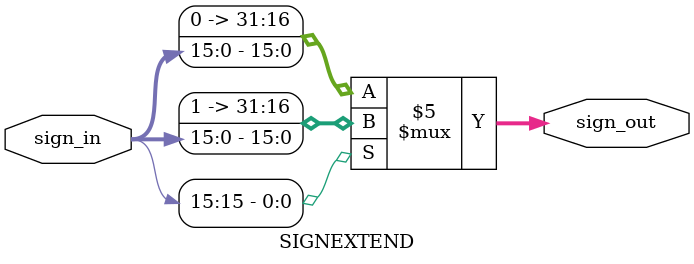
<source format=v>
module SIGNEXTEND(sign_in, sign_out);
    input [15:0] sign_in;
    output [31:0] sign_out;
    reg [31:0] sign_out;
    reg [31:0] tmp;
    integer i;
    initial
    begin
        sign_out <=32'b0;
    end
    always @(sign_in)
        if(sign_in[15] == 0)
            sign_out = {32'b000000000000000000,sign_in};
        else
            sign_out = {32'b111111111111111111,sign_in};
endmodule
</source>
